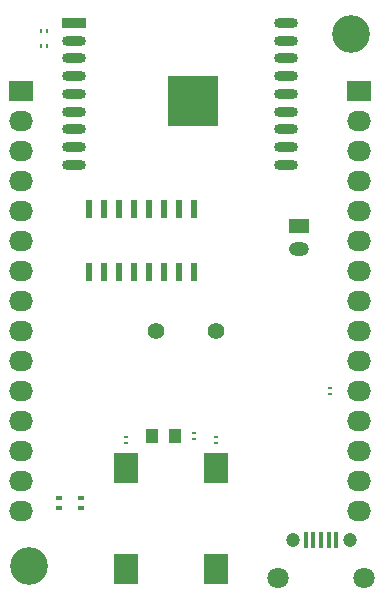
<source format=gbr>
G04 #@! TF.FileFunction,Soldermask,Top*
%FSLAX46Y46*%
G04 Gerber Fmt 4.6, Leading zero omitted, Abs format (unit mm)*
G04 Created by KiCad (PCBNEW 4.0.4+e1-6308~48~ubuntu16.04.1-stable) date Wed Nov  2 15:53:33 2016*
%MOMM*%
%LPD*%
G01*
G04 APERTURE LIST*
%ADD10C,0.100000*%
%ADD11R,1.000000X1.250000*%
%ADD12R,2.032000X1.727200*%
%ADD13O,2.032000X1.727200*%
%ADD14C,1.800000*%
%ADD15C,1.200000*%
%ADD16R,0.400000X1.350000*%
%ADD17R,1.700000X1.200000*%
%ADD18O,1.700000X1.200000*%
%ADD19R,0.600000X0.400000*%
%ADD20R,0.280000X0.430000*%
%ADD21R,0.430000X0.280000*%
%ADD22R,2.000000X2.500000*%
%ADD23R,0.600000X1.500000*%
%ADD24O,2.000000X0.900000*%
%ADD25R,2.000000X0.900000*%
%ADD26R,4.300000X4.300000*%
%ADD27C,1.422400*%
%ADD28C,3.200000*%
G04 APERTURE END LIST*
D10*
D11*
X130445000Y-137795000D03*
X132445000Y-137795000D03*
D12*
X119380000Y-108585000D03*
D13*
X119380000Y-111125000D03*
X119380000Y-113665000D03*
X119380000Y-116205000D03*
X119380000Y-118745000D03*
X119380000Y-121285000D03*
X119380000Y-123825000D03*
X119380000Y-126365000D03*
X119380000Y-128905000D03*
X119380000Y-131445000D03*
X119380000Y-133985000D03*
X119380000Y-136525000D03*
X119380000Y-139065000D03*
X119380000Y-141605000D03*
X119380000Y-144145000D03*
D14*
X148405000Y-149860000D03*
D15*
X147205000Y-146610000D03*
D16*
X144780000Y-146660000D03*
X144130000Y-146660000D03*
X143480000Y-146660000D03*
X145430000Y-146660000D03*
X146080000Y-146660000D03*
D15*
X142355000Y-146610000D03*
D14*
X141155000Y-149860000D03*
D12*
X147955000Y-108585000D03*
D13*
X147955000Y-111125000D03*
X147955000Y-113665000D03*
X147955000Y-116205000D03*
X147955000Y-118745000D03*
X147955000Y-121285000D03*
X147955000Y-123825000D03*
X147955000Y-126365000D03*
X147955000Y-128905000D03*
X147955000Y-131445000D03*
X147955000Y-133985000D03*
X147955000Y-136525000D03*
X147955000Y-139065000D03*
X147955000Y-141605000D03*
X147955000Y-144145000D03*
D17*
X142875000Y-120015000D03*
D18*
X142875000Y-122015000D03*
D19*
X122555000Y-143960000D03*
X122555000Y-143060000D03*
X124460000Y-143960000D03*
X124460000Y-143060000D03*
D20*
X121030000Y-103505000D03*
X121540000Y-103505000D03*
X121555000Y-104800000D03*
X121045000Y-104800000D03*
D21*
X133985000Y-138050000D03*
X133985000Y-137540000D03*
X145500000Y-133745000D03*
X145500000Y-134255000D03*
X135890000Y-137915000D03*
X135890000Y-138425000D03*
X128270000Y-137915000D03*
X128270000Y-138425000D03*
D22*
X135890000Y-140505000D03*
X135890000Y-149055000D03*
X128270000Y-140505000D03*
X128270000Y-149055000D03*
D23*
X125095000Y-123985000D03*
X126365000Y-123985000D03*
X127635000Y-123985000D03*
X128905000Y-123985000D03*
X130175000Y-123985000D03*
X131445000Y-123985000D03*
X132715000Y-123985000D03*
X133985000Y-123985000D03*
X133985000Y-118585000D03*
X132715000Y-118585000D03*
X131445000Y-118585000D03*
X130175000Y-118585000D03*
X128905000Y-118585000D03*
X127635000Y-118585000D03*
X126365000Y-118585000D03*
X125095000Y-118585000D03*
D24*
X141825000Y-114870000D03*
X123825000Y-114870000D03*
D25*
X123825000Y-102870000D03*
D24*
X123825000Y-104370000D03*
X123825000Y-105870000D03*
X123825000Y-107370000D03*
X123825000Y-108870000D03*
X123825000Y-110370000D03*
X123825000Y-111870000D03*
X123825000Y-113370000D03*
X141825000Y-113370000D03*
X141825000Y-111870000D03*
X141825000Y-110370000D03*
X141825000Y-108870000D03*
X141825000Y-107370000D03*
X141825000Y-105870000D03*
X141825000Y-104370000D03*
X141825000Y-102870000D03*
D26*
X133945000Y-109450000D03*
D27*
X130810000Y-128905000D03*
X135890000Y-128905000D03*
D28*
X120015000Y-148844000D03*
X147320000Y-103759000D03*
M02*

</source>
